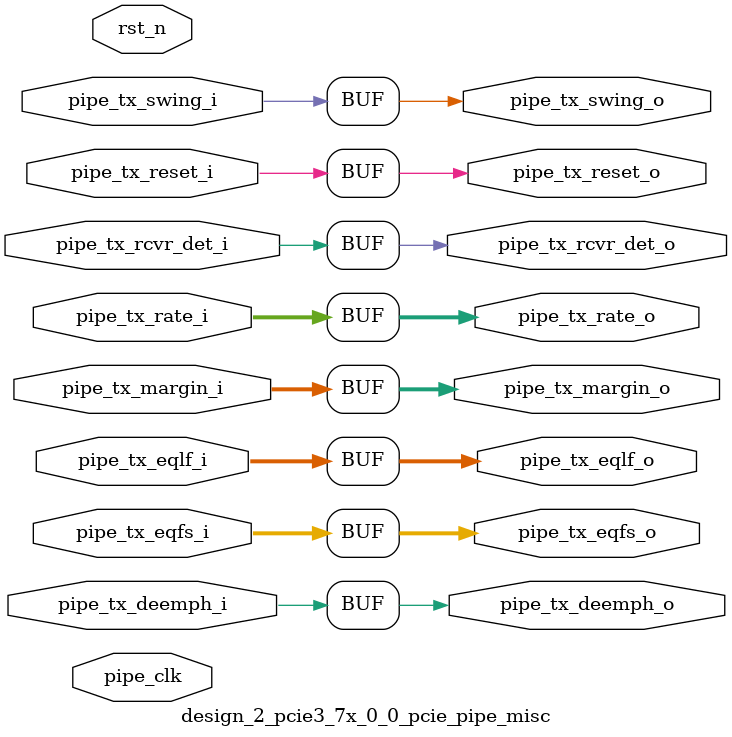
<source format=v>

`timescale 1ps/1ps

module design_2_pcie3_7x_0_0_pcie_pipe_misc #
(
  parameter        TCQ = 100,
  parameter        PIPE_PIPELINE_STAGES = 0    // 0 - 0 stages, 1 - 1 stage, 2 - 2 stages
) (

  input   wire        pipe_tx_rcvr_det_i      ,     // PIPE Tx Receiver Detect
  input   wire        pipe_tx_reset_i         ,     // PIPE Tx Reset
  input   wire [1:0]  pipe_tx_rate_i          ,     // PIPE Tx Rate
  input   wire        pipe_tx_deemph_i        ,     // PIPE Tx Deemphasis
  input   wire [2:0]  pipe_tx_margin_i        ,     // PIPE Tx Margin
  input   wire        pipe_tx_swing_i         ,     // PIPE Tx Swing
  input   wire [5:0]  pipe_tx_eqfs_i          ,     // PIPE Tx
  input   wire [5:0]  pipe_tx_eqlf_i          ,     // PIPE Tx
  output  wire        pipe_tx_rcvr_det_o      ,     // Pipelined PIPE Tx Receiver Detect
  output  wire        pipe_tx_reset_o         ,     // Pipelined PIPE Tx Reset
  output  wire [1:0]  pipe_tx_rate_o          ,     // Pipelined PIPE Tx Rate
  output  wire        pipe_tx_deemph_o        ,     // Pipelined PIPE Tx Deemphasis
  output  wire [2:0]  pipe_tx_margin_o        ,     // Pipelined PIPE Tx Margin
  output  wire        pipe_tx_swing_o         ,     // Pipelined PIPE Tx Swing
  output wire [5:0]  pipe_tx_eqfs_o           ,     // PIPE Tx
  output wire [5:0]  pipe_tx_eqlf_o           ,     // PIPE Tx

  input   wire        pipe_clk                ,     // PIPE Clock
  input   wire        rst_n                         // Reset
);

  //******************************************************************//
  // Reality check.                                                   //
  //******************************************************************//

  reg                pipe_tx_rcvr_det_q       ;
  reg                pipe_tx_reset_q          ;
  reg [1:0]          pipe_tx_rate_q           ;
  reg                pipe_tx_deemph_q         ;
  reg [2:0]          pipe_tx_margin_q         ;
  reg                pipe_tx_swing_q          ;
  reg                pipe_tx_eqfs_q          ;
  reg                pipe_tx_eqlf_q          ;

  reg                pipe_tx_rcvr_det_qq      ;
  reg                pipe_tx_reset_qq         ;
  reg [1:0]          pipe_tx_rate_qq          ;
  reg                pipe_tx_deemph_qq        ;
  reg [2:0]          pipe_tx_margin_qq        ;
  reg                pipe_tx_swing_qq         ;
  reg                pipe_tx_eqfs_qq          ;
  reg                pipe_tx_eqlf_qq          ;


  generate

  if (PIPE_PIPELINE_STAGES == 0) begin : pipe_stages_0

      assign pipe_tx_rcvr_det_o = pipe_tx_rcvr_det_i;
      assign pipe_tx_reset_o    = pipe_tx_reset_i;
      assign pipe_tx_rate_o     = pipe_tx_rate_i;
      assign pipe_tx_deemph_o   = pipe_tx_deemph_i;
      assign pipe_tx_margin_o   = pipe_tx_margin_i;
      assign pipe_tx_swing_o    = pipe_tx_swing_i;
      assign pipe_tx_eqfs_o     = pipe_tx_eqfs_i;
      assign pipe_tx_eqlf_o     = pipe_tx_eqlf_i;

  end // if (PIPE_PIPELINE_STAGES == 0)
  else if (PIPE_PIPELINE_STAGES == 1) begin : pipe_stages_1

    always @(posedge pipe_clk) begin

      if (!rst_n)
      begin

        pipe_tx_rcvr_det_q <= #TCQ 1'b0;
        pipe_tx_reset_q    <= #TCQ 1'b1;
        pipe_tx_rate_q     <= #TCQ 2'b0;
        pipe_tx_deemph_q   <= #TCQ 1'b1;
        pipe_tx_margin_q   <= #TCQ 3'b0;
        pipe_tx_swing_q    <= #TCQ 1'b0;
        pipe_tx_eqfs_q     <= #TCQ 5'b0;
        pipe_tx_eqlf_q     <= #TCQ 5'b0;

      end
      else
      begin

        pipe_tx_rcvr_det_q <= #TCQ pipe_tx_rcvr_det_i;
        pipe_tx_reset_q    <= #TCQ pipe_tx_reset_i;
        pipe_tx_rate_q     <= #TCQ pipe_tx_rate_i;
        pipe_tx_deemph_q   <= #TCQ pipe_tx_deemph_i;
        pipe_tx_margin_q   <= #TCQ pipe_tx_margin_i;
        pipe_tx_swing_q    <= #TCQ pipe_tx_swing_i;
        pipe_tx_eqfs_q     <= #TCQ pipe_tx_eqfs_i;
        pipe_tx_eqlf_q     <= #TCQ pipe_tx_eqlf_i;

      end

    end

    assign pipe_tx_rcvr_det_o = pipe_tx_rcvr_det_q;
    assign pipe_tx_reset_o    = pipe_tx_reset_q;
    assign pipe_tx_rate_o     = pipe_tx_rate_q;
    assign pipe_tx_deemph_o   = pipe_tx_deemph_q;
    assign pipe_tx_margin_o   = pipe_tx_margin_q;
    assign pipe_tx_swing_o    = pipe_tx_swing_q;
    assign pipe_tx_eqfs_o     = pipe_tx_eqfs_q;
    assign pipe_tx_eqlf_o     = pipe_tx_eqlf_q;

  end // if (PIPE_PIPELINE_STAGES == 1)
  else if (PIPE_PIPELINE_STAGES == 2) begin : pipe_stages_2

    always @(posedge pipe_clk) begin

      if (!rst_n)
      begin

        pipe_tx_rcvr_det_q  <= #TCQ 1'b0;
        pipe_tx_reset_q     <= #TCQ 1'b1;
        pipe_tx_rate_q      <= #TCQ 2'b0;
        pipe_tx_deemph_q    <= #TCQ 1'b1;
        pipe_tx_margin_q    <= #TCQ 1'b0;
        pipe_tx_swing_q     <= #TCQ 1'b0;
        pipe_tx_eqfs_q      <= #TCQ 5'b0;
        pipe_tx_eqlf_q      <= #TCQ 5'b0;

        pipe_tx_rcvr_det_qq <= #TCQ 1'b0;
        pipe_tx_reset_qq    <= #TCQ 1'b1;
        pipe_tx_rate_qq     <= #TCQ 2'b0;
        pipe_tx_deemph_qq   <= #TCQ 1'b1;
        pipe_tx_margin_qq   <= #TCQ 1'b0;
        pipe_tx_swing_qq    <= #TCQ 1'b0;
        pipe_tx_eqfs_qq     <= #TCQ 5'b0;
        pipe_tx_eqlf_qq     <= #TCQ 5'b0;

      end
      else
      begin

        pipe_tx_rcvr_det_q  <= #TCQ pipe_tx_rcvr_det_i;
        pipe_tx_reset_q     <= #TCQ pipe_tx_reset_i;
        pipe_tx_rate_q      <= #TCQ pipe_tx_rate_i;
        pipe_tx_deemph_q    <= #TCQ pipe_tx_deemph_i;
        pipe_tx_margin_q    <= #TCQ pipe_tx_margin_i;
        pipe_tx_swing_q     <= #TCQ pipe_tx_swing_i;
        pipe_tx_eqfs_q      <= #TCQ pipe_tx_eqfs_i;
        pipe_tx_eqlf_q      <= #TCQ pipe_tx_eqlf_i;

        pipe_tx_rcvr_det_qq <= #TCQ pipe_tx_rcvr_det_q;
        pipe_tx_reset_qq    <= #TCQ pipe_tx_reset_q;
        pipe_tx_rate_qq     <= #TCQ pipe_tx_rate_q;
        pipe_tx_deemph_qq   <= #TCQ pipe_tx_deemph_q;
        pipe_tx_margin_qq   <= #TCQ pipe_tx_margin_q;
        pipe_tx_swing_qq    <= #TCQ pipe_tx_swing_q;
        pipe_tx_eqfs_qq     <= #TCQ pipe_tx_eqfs_q;
        pipe_tx_eqlf_qq     <= #TCQ pipe_tx_eqlf_q;

      end

    end

    assign pipe_tx_rcvr_det_o = pipe_tx_rcvr_det_qq;
    assign pipe_tx_reset_o    = pipe_tx_reset_qq;
    assign pipe_tx_rate_o     = pipe_tx_rate_qq;
    assign pipe_tx_deemph_o   = pipe_tx_deemph_qq;
    assign pipe_tx_margin_o   = pipe_tx_margin_qq;
    assign pipe_tx_swing_o    = pipe_tx_swing_qq;
    assign pipe_tx_eqfs_o     = pipe_tx_eqfs_qq;
    assign pipe_tx_eqlf_o     = pipe_tx_eqlf_qq;

  end // if (PIPE_PIPELINE_STAGES == 2)

  // Default to zero pipeline stages if PIPE_PIPELINE_STAGES != 0,1,2
  else begin
    assign pipe_tx_rcvr_det_o = pipe_tx_rcvr_det_i;
    assign pipe_tx_reset_o    = pipe_tx_reset_i;
    assign pipe_tx_rate_o     = pipe_tx_rate_i;
    assign pipe_tx_deemph_o   = pipe_tx_deemph_i;
    assign pipe_tx_margin_o   = pipe_tx_margin_i;
    assign pipe_tx_swing_o    = pipe_tx_swing_i;
    assign pipe_tx_eqfs_o     = pipe_tx_eqfs_i;
    assign pipe_tx_eqlf_o     = pipe_tx_eqlf_i;
  end
  endgenerate

endmodule


</source>
